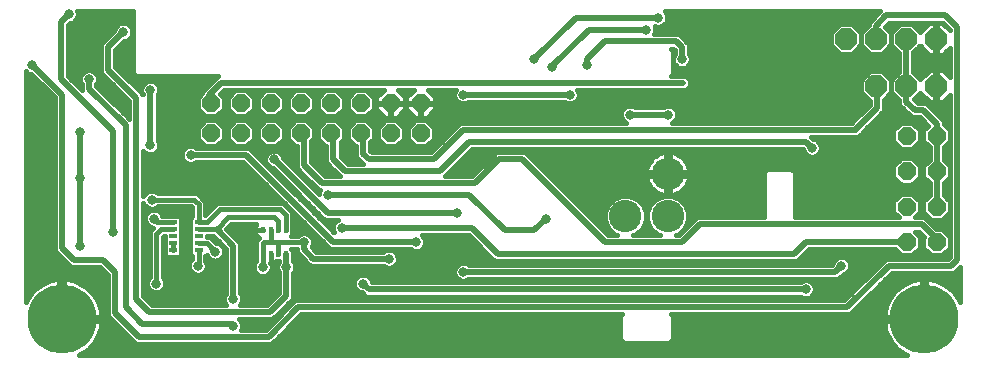
<source format=gtl>
G75*
%MOIN*%
%OFA0B0*%
%FSLAX24Y24*%
%IPPOS*%
%LPD*%
%AMOC8*
5,1,8,0,0,1.08239X$1,22.5*
%
%ADD10C,0.2300*%
%ADD11OC8,0.0600*%
%ADD12R,0.0276X0.0157*%
%ADD13R,0.0433X0.0965*%
%ADD14R,0.0138X0.0197*%
%ADD15C,0.1083*%
%ADD16OC8,0.0709*%
%ADD17C,0.0160*%
%ADD18C,0.0317*%
%ADD19C,0.0197*%
%ADD20C,0.0157*%
D10*
X001800Y001800D03*
X030540Y001800D03*
D11*
X030961Y004359D03*
X029961Y004359D03*
X029961Y005540D03*
X030961Y005540D03*
X030961Y006721D03*
X029961Y006721D03*
X029961Y007902D03*
X030961Y007902D03*
X013765Y007993D03*
X012765Y007993D03*
X011765Y007993D03*
X010765Y007993D03*
X009765Y007993D03*
X008765Y007993D03*
X007765Y007993D03*
X006765Y007993D03*
X006765Y008993D03*
X007765Y008993D03*
X008765Y008993D03*
X009765Y008993D03*
X010765Y008993D03*
X011765Y008993D03*
X012765Y008993D03*
X013765Y008993D03*
D12*
X006367Y005028D03*
X006367Y004792D03*
X006367Y004556D03*
X006367Y004320D03*
X006367Y004083D03*
X005501Y004083D03*
X005501Y004320D03*
X005501Y004556D03*
X005501Y004792D03*
X005501Y005028D03*
D13*
X005934Y004556D03*
D14*
X008503Y004763D03*
X008759Y004763D03*
X009015Y004763D03*
X009270Y004763D03*
X009270Y003956D03*
X009015Y003956D03*
X008759Y003956D03*
X008503Y003956D03*
D15*
X020580Y005225D03*
X021997Y005225D03*
X021997Y006643D03*
D16*
X028950Y009556D03*
X029950Y009556D03*
X030950Y009556D03*
X030938Y011131D03*
X029938Y011131D03*
X028938Y011131D03*
X027938Y011131D03*
D17*
X002485Y000658D02*
X002380Y000602D01*
X029960Y000602D01*
X029856Y000658D01*
X029747Y000730D01*
X029646Y000813D01*
X029554Y000906D01*
X029471Y001007D01*
X029398Y001115D01*
X029336Y001231D01*
X029286Y001351D01*
X029248Y001476D01*
X029223Y001605D01*
X029212Y001720D01*
X030460Y001720D01*
X030460Y001880D01*
X029212Y001880D01*
X029223Y001995D01*
X029248Y002124D01*
X029286Y002249D01*
X029336Y002369D01*
X029398Y002485D01*
X029471Y002593D01*
X029554Y002694D01*
X029646Y002787D01*
X029747Y002870D01*
X029856Y002942D01*
X029971Y003004D01*
X030092Y003054D01*
X030217Y003092D01*
X030345Y003117D01*
X030460Y003129D01*
X030460Y001880D01*
X030620Y001880D01*
X030620Y003129D01*
X030736Y003117D01*
X030864Y003092D01*
X030989Y003054D01*
X031109Y003004D01*
X031225Y002942D01*
X031333Y002870D01*
X031434Y002787D01*
X031527Y002694D01*
X031610Y002593D01*
X031682Y002485D01*
X031738Y002380D01*
X031738Y003527D01*
X031684Y003473D01*
X031544Y003333D01*
X029458Y003333D01*
X028080Y001955D01*
X022112Y001955D01*
X022162Y001905D01*
X022162Y001105D01*
X022042Y000985D01*
X020534Y000985D01*
X020414Y001105D01*
X020414Y001905D01*
X020465Y001955D01*
X009773Y001955D01*
X008928Y001111D01*
X008928Y001111D01*
X008789Y000971D01*
X004260Y000971D01*
X003473Y001758D01*
X003333Y001898D01*
X003333Y003276D01*
X003079Y003530D01*
X002095Y003530D01*
X001701Y003924D01*
X001562Y004063D01*
X001562Y009182D01*
X000777Y009966D01*
X000756Y009966D01*
X000647Y010012D01*
X000602Y010056D01*
X000602Y002380D01*
X000658Y002485D01*
X000730Y002593D01*
X000813Y002694D01*
X000906Y002787D01*
X001007Y002870D01*
X001115Y002942D01*
X001231Y003004D01*
X001351Y003054D01*
X001476Y003092D01*
X001605Y003117D01*
X001720Y003129D01*
X001720Y001880D01*
X001880Y001880D01*
X001880Y003129D01*
X001995Y003117D01*
X002124Y003092D01*
X002249Y003054D01*
X002369Y003004D01*
X002485Y002942D01*
X002593Y002870D01*
X002694Y002787D01*
X002787Y002694D01*
X002870Y002593D01*
X002942Y002485D01*
X003004Y002369D01*
X003054Y002249D01*
X003092Y002124D01*
X003117Y001995D01*
X003129Y001880D01*
X001880Y001880D01*
X001880Y001720D01*
X003129Y001720D01*
X003117Y001605D01*
X003092Y001476D01*
X003054Y001351D01*
X003004Y001231D01*
X002942Y001115D01*
X002870Y001007D01*
X002787Y000906D01*
X002694Y000813D01*
X002593Y000730D01*
X002485Y000658D01*
X002604Y000739D02*
X029736Y000739D01*
X029562Y000898D02*
X002778Y000898D01*
X002902Y001056D02*
X004175Y001056D01*
X004017Y001215D02*
X002995Y001215D01*
X003060Y001373D02*
X003858Y001373D01*
X003700Y001532D02*
X003103Y001532D01*
X003126Y001690D02*
X003541Y001690D01*
X003383Y001849D02*
X001880Y001849D01*
X001880Y002007D02*
X001720Y002007D01*
X001720Y002166D02*
X001880Y002166D01*
X001880Y002324D02*
X001720Y002324D01*
X001720Y002483D02*
X001880Y002483D01*
X001880Y002641D02*
X001720Y002641D01*
X001720Y002800D02*
X001880Y002800D01*
X001880Y002958D02*
X001720Y002958D01*
X001720Y003117D02*
X001880Y003117D01*
X001999Y003117D02*
X003333Y003117D01*
X003333Y003275D02*
X000602Y003275D01*
X000602Y003117D02*
X001601Y003117D01*
X001145Y002958D02*
X000602Y002958D01*
X000602Y002800D02*
X000921Y002800D01*
X000770Y002641D02*
X000602Y002641D01*
X000602Y002483D02*
X000657Y002483D01*
X002455Y002958D02*
X003333Y002958D01*
X003333Y002800D02*
X002679Y002800D01*
X002830Y002641D02*
X003333Y002641D01*
X003333Y002483D02*
X002943Y002483D01*
X003023Y002324D02*
X003333Y002324D01*
X003333Y002166D02*
X003079Y002166D01*
X003115Y002007D02*
X003333Y002007D01*
X004519Y002568D02*
X004812Y002275D01*
X007281Y002275D01*
X007256Y002300D01*
X007210Y002410D01*
X007210Y002529D01*
X007256Y002638D01*
X007270Y002653D01*
X007270Y004142D01*
X006839Y004573D01*
X006645Y004573D01*
X006645Y004538D01*
X006733Y004538D01*
X006929Y004343D01*
X006977Y004343D01*
X007087Y004297D01*
X007171Y004213D01*
X007217Y004103D01*
X007217Y003985D01*
X007171Y003875D01*
X007087Y003791D01*
X006977Y003746D01*
X006859Y003746D01*
X006749Y003791D01*
X006665Y003875D01*
X006638Y003940D01*
X006586Y003888D01*
X006586Y003728D01*
X006626Y003631D01*
X006626Y003512D01*
X006581Y003403D01*
X006497Y003319D01*
X006387Y003273D01*
X006268Y003273D01*
X006159Y003319D01*
X006075Y003403D01*
X006029Y003512D01*
X006029Y003631D01*
X006075Y003741D01*
X006148Y003814D01*
X006148Y003888D01*
X006089Y003947D01*
X006089Y004183D01*
X006089Y005165D01*
X006148Y005224D01*
X006148Y005528D01*
X006119Y005558D01*
X004995Y005558D01*
X004961Y005523D01*
X004851Y005478D01*
X004733Y005478D01*
X004623Y005523D01*
X004539Y005607D01*
X004519Y005657D01*
X004519Y002568D01*
X004519Y002641D02*
X007258Y002641D01*
X007210Y002483D02*
X004604Y002483D01*
X004763Y002324D02*
X007246Y002324D01*
X007736Y002275D02*
X007762Y002300D01*
X007807Y002410D01*
X007807Y002529D01*
X007762Y002638D01*
X007747Y002653D01*
X007747Y004340D01*
X007281Y004806D01*
X007442Y004967D01*
X008287Y004967D01*
X008266Y004931D01*
X008254Y004885D01*
X008254Y004763D01*
X008503Y004763D01*
X008503Y004763D01*
X008254Y004763D01*
X008254Y004640D01*
X008266Y004595D01*
X008290Y004554D01*
X008323Y004520D01*
X008362Y004498D01*
X008284Y004420D01*
X008284Y003745D01*
X008240Y003701D01*
X008194Y003592D01*
X008194Y003473D01*
X008240Y003363D01*
X008324Y003279D01*
X008434Y003234D01*
X008552Y003234D01*
X008662Y003279D01*
X008746Y003363D01*
X008791Y003473D01*
X008791Y003592D01*
X008982Y003592D01*
X008982Y003473D01*
X009027Y003363D01*
X009032Y003359D01*
X009032Y002676D01*
X008630Y002275D01*
X007736Y002275D01*
X007772Y002324D02*
X008680Y002324D01*
X008838Y002483D02*
X007807Y002483D01*
X007759Y002641D02*
X008997Y002641D01*
X009032Y002800D02*
X007747Y002800D01*
X007747Y002958D02*
X009032Y002958D01*
X009032Y003117D02*
X007747Y003117D01*
X007747Y003275D02*
X008334Y003275D01*
X008652Y003275D02*
X009032Y003275D01*
X008998Y003434D02*
X008775Y003434D01*
X008791Y003592D02*
X008756Y003677D01*
X008759Y003677D01*
X008851Y003677D01*
X008897Y003689D01*
X008938Y003713D01*
X008942Y003717D01*
X009032Y003717D01*
X009032Y003706D01*
X009027Y003701D01*
X008982Y003592D01*
X008759Y003677D02*
X008759Y003955D01*
X008759Y003955D01*
X008759Y003677D01*
X008759Y003751D02*
X008759Y003751D01*
X008759Y003909D02*
X008759Y003909D01*
X008284Y003909D02*
X007747Y003909D01*
X007747Y003751D02*
X008284Y003751D01*
X008195Y003592D02*
X007747Y003592D01*
X007747Y003434D02*
X008211Y003434D01*
X007270Y003434D02*
X006593Y003434D01*
X006626Y003592D02*
X007270Y003592D01*
X007270Y003751D02*
X006989Y003751D01*
X006847Y003751D02*
X006586Y003751D01*
X006607Y003909D02*
X006651Y003909D01*
X006127Y003909D02*
X005741Y003909D01*
X005779Y003947D02*
X005697Y003865D01*
X005305Y003865D01*
X005223Y003947D01*
X005223Y004573D01*
X005198Y004573D01*
X005168Y004544D01*
X005168Y003184D01*
X005203Y003150D01*
X005248Y003040D01*
X005248Y002922D01*
X005203Y002812D01*
X005119Y002728D01*
X005009Y002683D01*
X004890Y002683D01*
X004781Y002728D01*
X004697Y002812D01*
X004651Y002922D01*
X004651Y003040D01*
X004697Y003150D01*
X004731Y003184D01*
X004731Y004725D01*
X004854Y004848D01*
X004812Y004848D01*
X004702Y004893D01*
X004618Y004977D01*
X004572Y005087D01*
X004572Y005206D01*
X004618Y005316D01*
X004702Y005399D01*
X004812Y005445D01*
X004930Y005445D01*
X005040Y005399D01*
X005124Y005316D01*
X005152Y005247D01*
X005697Y005247D01*
X005779Y005165D01*
X005779Y004929D01*
X005779Y003947D01*
X005779Y004068D02*
X006089Y004068D01*
X006089Y004226D02*
X005779Y004226D01*
X005779Y004385D02*
X006089Y004385D01*
X006089Y004543D02*
X005779Y004543D01*
X005223Y004543D02*
X005168Y004543D01*
X005168Y004385D02*
X005223Y004385D01*
X005223Y004226D02*
X005168Y004226D01*
X005168Y004068D02*
X005223Y004068D01*
X005261Y003909D02*
X005168Y003909D01*
X005168Y003751D02*
X006084Y003751D01*
X006029Y003592D02*
X005168Y003592D01*
X005168Y003434D02*
X006062Y003434D01*
X006264Y003275D02*
X005168Y003275D01*
X005217Y003117D02*
X007270Y003117D01*
X007270Y003275D02*
X006391Y003275D01*
X007270Y002958D02*
X005248Y002958D01*
X005190Y002800D02*
X007270Y002800D01*
X008968Y001937D02*
X009369Y002339D01*
X009369Y002339D01*
X009509Y002479D01*
X009509Y003339D01*
X009533Y003363D01*
X009579Y003473D01*
X009579Y003592D01*
X010064Y003592D01*
X010087Y003569D02*
X012522Y003569D01*
X012536Y003555D01*
X012646Y003509D01*
X012765Y003509D01*
X012875Y003555D01*
X012959Y003639D01*
X013004Y003749D01*
X013004Y003867D01*
X012959Y003977D01*
X012875Y004061D01*
X012765Y004106D01*
X012646Y004106D01*
X012536Y004061D01*
X012522Y004046D01*
X010285Y004046D01*
X010129Y004202D01*
X010169Y004300D01*
X010169Y004418D01*
X010124Y004528D01*
X010040Y004612D01*
X009930Y004657D01*
X009812Y004657D01*
X009702Y004612D01*
X009668Y004578D01*
X009451Y004578D01*
X009479Y004606D01*
X009479Y004662D01*
X009489Y004672D01*
X009489Y005365D01*
X009174Y005680D01*
X006985Y005680D01*
X006857Y005552D01*
X006586Y005281D01*
X006586Y005710D01*
X006428Y005867D01*
X006300Y005995D01*
X004995Y005995D01*
X004961Y006029D01*
X004851Y006075D01*
X004733Y006075D01*
X004623Y006029D01*
X004539Y005945D01*
X004519Y005896D01*
X004519Y007399D01*
X004584Y007334D01*
X004693Y007289D01*
X004812Y007289D01*
X004922Y007334D01*
X005006Y007418D01*
X005051Y007528D01*
X005051Y007647D01*
X005006Y007756D01*
X004991Y007771D01*
X004991Y009254D01*
X005006Y009269D01*
X005051Y009378D01*
X005051Y009497D01*
X005006Y009607D01*
X004922Y009691D01*
X004812Y009736D01*
X004693Y009736D01*
X004584Y009691D01*
X004500Y009607D01*
X004454Y009497D01*
X004454Y009378D01*
X004492Y009288D01*
X003574Y010206D01*
X003574Y010756D01*
X003886Y011069D01*
X003907Y011069D01*
X004016Y011114D01*
X004100Y011198D01*
X004146Y011308D01*
X004146Y011426D01*
X004100Y011536D01*
X004016Y011620D01*
X003907Y011665D01*
X003788Y011665D01*
X003678Y011620D01*
X003594Y011536D01*
X003549Y011426D01*
X003549Y011406D01*
X003097Y010954D01*
X003097Y010008D01*
X003237Y009869D01*
X004042Y009063D01*
X004042Y008478D01*
X004025Y008495D01*
X002944Y009576D01*
X002944Y009609D01*
X002959Y009623D01*
X003004Y009733D01*
X003004Y009851D01*
X002959Y009961D01*
X002875Y010045D01*
X002765Y010091D01*
X002646Y010091D01*
X002536Y010045D01*
X002453Y009961D01*
X002407Y009851D01*
X002407Y009733D01*
X002453Y009623D01*
X002467Y009609D01*
X002467Y009423D01*
X002002Y009888D01*
X002002Y011586D01*
X002075Y011659D01*
X002096Y011659D01*
X002205Y011704D01*
X002289Y011788D01*
X002335Y011898D01*
X002335Y012017D01*
X002320Y012053D01*
X004179Y012053D01*
X004179Y009993D01*
X004284Y009888D01*
X006991Y009888D01*
X006877Y009773D01*
X006623Y009519D01*
X006483Y009379D01*
X006483Y009333D01*
X006325Y009175D01*
X006325Y008811D01*
X006582Y008553D01*
X006947Y008553D01*
X007205Y008811D01*
X007205Y009175D01*
X007079Y009301D01*
X007214Y009436D01*
X012528Y009436D01*
X012285Y009192D01*
X012285Y009013D01*
X012745Y009013D01*
X012745Y008973D01*
X012785Y008973D01*
X012785Y009013D01*
X013245Y009013D01*
X013245Y009192D01*
X013001Y009436D01*
X013528Y009436D01*
X013285Y009192D01*
X013285Y009013D01*
X013745Y009013D01*
X013745Y008973D01*
X013785Y008973D01*
X013785Y009013D01*
X014245Y009013D01*
X014245Y009192D01*
X014001Y009436D01*
X014927Y009436D01*
X014887Y009340D01*
X014887Y009221D01*
X014933Y009111D01*
X015017Y009027D01*
X015126Y008982D01*
X015245Y008982D01*
X015355Y009027D01*
X015369Y009042D01*
X018546Y009042D01*
X018560Y009027D01*
X018670Y008982D01*
X018788Y008982D01*
X018898Y009027D01*
X018982Y009111D01*
X019028Y009221D01*
X019028Y009340D01*
X018988Y009436D01*
X022607Y009436D01*
X022747Y009575D01*
X022747Y009773D01*
X022607Y009912D01*
X022112Y009912D01*
X022162Y009963D01*
X022162Y010763D01*
X022112Y010814D01*
X022174Y010814D01*
X022231Y010756D01*
X022231Y010645D01*
X022216Y010630D01*
X022171Y010521D01*
X022171Y010402D01*
X022216Y010292D01*
X022300Y010208D01*
X022410Y010163D01*
X022529Y010163D01*
X022638Y010208D01*
X022722Y010292D01*
X022768Y010402D01*
X022768Y010521D01*
X022722Y010630D01*
X022708Y010645D01*
X022708Y010954D01*
X022568Y011094D01*
X022371Y011290D01*
X021547Y011290D01*
X021587Y011386D01*
X021587Y011505D01*
X021561Y011566D01*
X021623Y011541D01*
X021741Y011541D01*
X021851Y011586D01*
X021935Y011670D01*
X021980Y011780D01*
X021980Y011899D01*
X021935Y012008D01*
X021890Y012053D01*
X029078Y012053D01*
X029042Y012017D01*
X028699Y011674D01*
X028699Y011591D01*
X028443Y011335D01*
X028443Y010926D01*
X028733Y010636D01*
X029143Y010636D01*
X029432Y010926D01*
X029432Y011335D01*
X029233Y011534D01*
X029379Y011680D01*
X031150Y011680D01*
X031404Y011426D01*
X031404Y011420D01*
X031159Y011665D01*
X030976Y011665D01*
X030976Y011169D01*
X030900Y011169D01*
X030900Y011665D01*
X030716Y011665D01*
X030410Y011358D01*
X030143Y011625D01*
X029733Y011625D01*
X029443Y011335D01*
X029443Y010926D01*
X029711Y010658D01*
X029711Y010017D01*
X029455Y009761D01*
X029455Y009351D01*
X029711Y009095D01*
X029711Y008945D01*
X029851Y008806D01*
X030126Y008530D01*
X030402Y008530D01*
X030684Y008248D01*
X030521Y008085D01*
X030521Y007720D01*
X030723Y007519D01*
X030723Y007105D01*
X030521Y006904D01*
X030521Y006539D01*
X030723Y006337D01*
X030723Y005924D01*
X030521Y005722D01*
X030521Y005358D01*
X030779Y005100D01*
X031144Y005100D01*
X031401Y005358D01*
X031401Y005722D01*
X031200Y005924D01*
X031200Y006337D01*
X031401Y006539D01*
X031401Y006904D01*
X031200Y007105D01*
X031200Y007519D01*
X031401Y007720D01*
X031401Y008085D01*
X031200Y008286D01*
X031200Y008407D01*
X030739Y008867D01*
X030600Y009007D01*
X030324Y009007D01*
X030212Y009119D01*
X030421Y009329D01*
X030728Y009022D01*
X030911Y009022D01*
X030911Y009518D01*
X030988Y009518D01*
X030988Y009022D01*
X031171Y009022D01*
X031404Y009255D01*
X031404Y003867D01*
X031347Y003810D01*
X029260Y003810D01*
X027882Y002432D01*
X009575Y002432D01*
X008591Y001448D01*
X007784Y001448D01*
X007807Y001504D01*
X007807Y001623D01*
X007762Y001733D01*
X007697Y001798D01*
X008828Y001798D01*
X008968Y001937D01*
X008968Y001937D01*
X008992Y001849D02*
X008879Y001849D01*
X008833Y001690D02*
X007779Y001690D01*
X007807Y001532D02*
X008675Y001532D01*
X009191Y001373D02*
X020414Y001373D01*
X020414Y001215D02*
X009032Y001215D01*
X008874Y001056D02*
X020463Y001056D01*
X020414Y001532D02*
X009349Y001532D01*
X009508Y001690D02*
X020414Y001690D01*
X020414Y001849D02*
X009666Y001849D01*
X009150Y002007D02*
X009037Y002007D01*
X009196Y002166D02*
X009309Y002166D01*
X009354Y002324D02*
X009467Y002324D01*
X009509Y002483D02*
X027933Y002483D01*
X028091Y002641D02*
X026867Y002641D01*
X026856Y002615D02*
X026902Y002725D01*
X026902Y002844D01*
X026856Y002953D01*
X026772Y003037D01*
X026663Y003083D01*
X026544Y003083D01*
X026434Y003037D01*
X026420Y003023D01*
X012138Y003023D01*
X012138Y003040D01*
X012092Y003150D01*
X012008Y003234D01*
X011899Y003280D01*
X011780Y003280D01*
X011670Y003234D01*
X011586Y003150D01*
X011541Y003040D01*
X011541Y002922D01*
X011586Y002812D01*
X011670Y002728D01*
X011780Y002683D01*
X011801Y002683D01*
X011937Y002546D01*
X026420Y002546D01*
X026434Y002531D01*
X026544Y002486D01*
X026663Y002486D01*
X026772Y002531D01*
X026856Y002615D01*
X026902Y002800D02*
X028250Y002800D01*
X028408Y002958D02*
X026851Y002958D01*
X027686Y003136D02*
X027823Y003273D01*
X027844Y003273D01*
X027953Y003319D01*
X028037Y003403D01*
X028083Y003512D01*
X028083Y003631D01*
X028037Y003741D01*
X027953Y003825D01*
X027844Y003870D01*
X027725Y003870D01*
X027615Y003825D01*
X027531Y003741D01*
X027486Y003631D01*
X027486Y003613D01*
X015369Y003613D01*
X015355Y003628D01*
X015245Y003673D01*
X015126Y003673D01*
X015017Y003628D01*
X014933Y003544D01*
X014887Y003434D01*
X014887Y003315D01*
X014933Y003206D01*
X015017Y003122D01*
X015126Y003076D01*
X015245Y003076D01*
X015355Y003122D01*
X015369Y003136D01*
X027686Y003136D01*
X027848Y003275D02*
X028725Y003275D01*
X028567Y003117D02*
X015342Y003117D01*
X015029Y003117D02*
X012106Y003117D01*
X011910Y003275D02*
X014904Y003275D01*
X014887Y003434D02*
X009562Y003434D01*
X009579Y003592D02*
X009533Y003701D01*
X009509Y003726D01*
X009509Y004054D01*
X009479Y004084D01*
X009479Y004112D01*
X009451Y004140D01*
X009632Y004140D01*
X009632Y004024D01*
X009772Y003884D01*
X009772Y003884D01*
X009947Y003709D01*
X010087Y003569D01*
X009947Y003709D02*
X009947Y003709D01*
X009906Y003751D02*
X009509Y003751D01*
X009509Y003909D02*
X009747Y003909D01*
X009632Y004068D02*
X009496Y004068D01*
X010139Y004226D02*
X010651Y004226D01*
X010617Y004260D02*
X010756Y004121D01*
X013427Y004121D01*
X013442Y004106D01*
X013552Y004061D01*
X013670Y004061D01*
X013780Y004106D01*
X013864Y004190D01*
X013909Y004300D01*
X013909Y004418D01*
X013864Y004528D01*
X013799Y004593D01*
X015363Y004593D01*
X016089Y003867D01*
X016089Y003867D01*
X016229Y003727D01*
X026308Y003727D01*
X026702Y004121D01*
X029578Y004121D01*
X029779Y003919D01*
X030144Y003919D01*
X030401Y004177D01*
X030401Y004541D01*
X030232Y004711D01*
X030363Y004711D01*
X030527Y004547D01*
X030521Y004541D01*
X030521Y004177D01*
X030779Y003919D01*
X031144Y003919D01*
X031401Y004177D01*
X031401Y004541D01*
X031144Y004799D01*
X030949Y004799D01*
X030700Y005048D01*
X030560Y005188D01*
X030232Y005188D01*
X030401Y005358D01*
X030401Y005722D01*
X030144Y005980D01*
X029779Y005980D01*
X029521Y005722D01*
X029521Y005358D01*
X029691Y005188D01*
X026237Y005188D01*
X026237Y005349D01*
X026237Y006518D01*
X026237Y006688D01*
X026117Y006808D01*
X025317Y006808D01*
X025197Y006688D01*
X025197Y005188D01*
X022961Y005188D01*
X022371Y004597D01*
X022262Y004597D01*
X022383Y004648D01*
X022574Y004839D01*
X022678Y005090D01*
X022678Y005361D01*
X022574Y005611D01*
X022383Y005803D01*
X022132Y005907D01*
X021861Y005907D01*
X021611Y005803D01*
X021419Y005611D01*
X021316Y005361D01*
X021316Y005090D01*
X021419Y004839D01*
X021611Y004648D01*
X021732Y004597D01*
X020845Y004597D01*
X020965Y004648D01*
X021157Y004839D01*
X021261Y005090D01*
X021261Y005361D01*
X021157Y005611D01*
X020965Y005803D01*
X020715Y005907D01*
X020444Y005907D01*
X020194Y005803D01*
X020002Y005611D01*
X019898Y005361D01*
X019898Y005090D01*
X020002Y004839D01*
X020194Y004648D01*
X020315Y004597D01*
X020009Y004597D01*
X017393Y007214D01*
X017253Y007353D01*
X016268Y007353D01*
X016129Y007214D01*
X015481Y006566D01*
X014580Y006566D01*
X014637Y006623D01*
X015481Y007467D01*
X026502Y007467D01*
X026502Y007449D01*
X026547Y007340D01*
X026631Y007256D01*
X026741Y007210D01*
X026859Y007210D01*
X026969Y007256D01*
X027053Y007340D01*
X027098Y007449D01*
X027098Y007568D01*
X027053Y007678D01*
X026969Y007762D01*
X026859Y007807D01*
X026839Y007807D01*
X026785Y007861D01*
X028355Y007861D01*
X028495Y008000D01*
X028495Y008040D01*
X029064Y008609D01*
X029204Y008748D01*
X029204Y009111D01*
X029444Y009351D01*
X029444Y009761D01*
X029154Y010050D01*
X028745Y010050D01*
X028455Y009761D01*
X028455Y009351D01*
X028727Y009079D01*
X028727Y008946D01*
X028119Y008338D01*
X022136Y008338D01*
X022186Y008358D01*
X022270Y008442D01*
X022315Y008552D01*
X022315Y008670D01*
X022270Y008780D01*
X022186Y008864D01*
X022076Y008909D01*
X021957Y008909D01*
X021847Y008864D01*
X021833Y008849D01*
X020921Y008849D01*
X020906Y008864D01*
X020796Y008909D01*
X020678Y008909D01*
X020568Y008864D01*
X020484Y008780D01*
X020439Y008670D01*
X020439Y008552D01*
X020484Y008442D01*
X020568Y008358D01*
X020617Y008338D01*
X015087Y008338D01*
X014947Y008198D01*
X014103Y007353D01*
X012135Y007353D01*
X012078Y007411D01*
X012078Y007684D01*
X012205Y007811D01*
X012205Y008175D01*
X011947Y008433D01*
X011582Y008433D01*
X011325Y008175D01*
X011325Y007811D01*
X011582Y007553D01*
X011601Y007553D01*
X011601Y007213D01*
X011741Y007073D01*
X011854Y006960D01*
X011348Y006960D01*
X011094Y007214D01*
X011094Y007700D01*
X011205Y007811D01*
X011205Y008175D01*
X010947Y008433D01*
X010582Y008433D01*
X010325Y008175D01*
X010325Y007811D01*
X010582Y007553D01*
X010617Y007553D01*
X010617Y007016D01*
X010756Y006877D01*
X011067Y006566D01*
X010560Y006566D01*
X010109Y007017D01*
X010109Y007715D01*
X010205Y007811D01*
X010205Y008175D01*
X009947Y008433D01*
X009582Y008433D01*
X009325Y008175D01*
X009325Y007811D01*
X009582Y007553D01*
X009632Y007553D01*
X009632Y006819D01*
X009772Y006680D01*
X010363Y006089D01*
X010400Y006089D01*
X010360Y005993D01*
X010360Y005979D01*
X009185Y007154D01*
X009185Y007174D01*
X009140Y007284D01*
X009056Y007368D01*
X008946Y007413D01*
X008827Y007413D01*
X008718Y007368D01*
X008634Y007284D01*
X008588Y007174D01*
X008588Y007056D01*
X008634Y006946D01*
X008718Y006862D01*
X008827Y006817D01*
X008848Y006817D01*
X010420Y005245D01*
X010560Y005105D01*
X011011Y005105D01*
X010962Y005084D01*
X010878Y005001D01*
X010832Y004891D01*
X010832Y004772D01*
X010870Y004682D01*
X008040Y007511D01*
X006275Y007511D01*
X006260Y007525D01*
X006151Y007571D01*
X006032Y007571D01*
X005922Y007525D01*
X005838Y007441D01*
X005793Y007332D01*
X005793Y007213D01*
X005838Y007103D01*
X005922Y007019D01*
X006032Y006974D01*
X006151Y006974D01*
X006260Y007019D01*
X006275Y007034D01*
X007843Y007034D01*
X010617Y004260D01*
X010617Y004260D01*
X010492Y004385D02*
X010169Y004385D01*
X010109Y004543D02*
X010334Y004543D01*
X010175Y004702D02*
X009489Y004702D01*
X009489Y004860D02*
X010017Y004860D01*
X009858Y005019D02*
X009489Y005019D01*
X009489Y005177D02*
X009700Y005177D01*
X009541Y005336D02*
X009489Y005336D01*
X009383Y005494D02*
X009360Y005494D01*
X009224Y005653D02*
X009202Y005653D01*
X009066Y005811D02*
X006484Y005811D01*
X006326Y005970D02*
X008907Y005970D01*
X008749Y006128D02*
X004519Y006128D01*
X004519Y005970D02*
X004563Y005970D01*
X004519Y006287D02*
X008590Y006287D01*
X008432Y006445D02*
X004519Y006445D01*
X004519Y006604D02*
X008273Y006604D01*
X008115Y006762D02*
X004519Y006762D01*
X004519Y006921D02*
X007956Y006921D01*
X008472Y007079D02*
X008588Y007079D01*
X008614Y007238D02*
X008314Y007238D01*
X008155Y007396D02*
X008785Y007396D01*
X008988Y007396D02*
X009632Y007396D01*
X009632Y007238D02*
X009159Y007238D01*
X009260Y007079D02*
X009632Y007079D01*
X009632Y006921D02*
X009418Y006921D01*
X009577Y006762D02*
X009690Y006762D01*
X009735Y006604D02*
X009848Y006604D01*
X009894Y006445D02*
X010007Y006445D01*
X010052Y006287D02*
X010165Y006287D01*
X010211Y006128D02*
X010324Y006128D01*
X009853Y005811D02*
X009740Y005811D01*
X009695Y005970D02*
X009582Y005970D01*
X009536Y006128D02*
X009423Y006128D01*
X009378Y006287D02*
X009265Y006287D01*
X009219Y006445D02*
X009106Y006445D01*
X009061Y006604D02*
X008948Y006604D01*
X008902Y006762D02*
X008789Y006762D01*
X008659Y006921D02*
X008631Y006921D01*
X008582Y007553D02*
X008947Y007553D01*
X009205Y007811D01*
X009205Y008175D01*
X008947Y008433D01*
X008582Y008433D01*
X008325Y008175D01*
X008325Y007811D01*
X008582Y007553D01*
X008581Y007555D02*
X007948Y007555D01*
X007947Y007553D02*
X008205Y007811D01*
X008205Y008175D01*
X007947Y008433D01*
X007582Y008433D01*
X007325Y008175D01*
X007325Y007811D01*
X007582Y007553D01*
X007947Y007553D01*
X007581Y007555D02*
X006948Y007555D01*
X006947Y007553D02*
X007205Y007811D01*
X007205Y008175D01*
X006947Y008433D01*
X006582Y008433D01*
X006325Y008175D01*
X006325Y007811D01*
X006582Y007553D01*
X006947Y007553D01*
X006581Y007555D02*
X006190Y007555D01*
X005993Y007555D02*
X005051Y007555D01*
X004983Y007396D02*
X005820Y007396D01*
X005793Y007238D02*
X004519Y007238D01*
X004519Y007396D02*
X004522Y007396D01*
X004519Y007079D02*
X005863Y007079D01*
X006422Y007713D02*
X005024Y007713D01*
X004991Y007872D02*
X006325Y007872D01*
X006325Y008030D02*
X004991Y008030D01*
X004991Y008189D02*
X006338Y008189D01*
X006496Y008347D02*
X004991Y008347D01*
X004991Y008506D02*
X020458Y008506D01*
X020439Y008664D02*
X014115Y008664D01*
X014245Y008794D02*
X013963Y008513D01*
X013785Y008513D01*
X013785Y008973D01*
X014245Y008973D01*
X014245Y008794D01*
X014245Y008823D02*
X020527Y008823D01*
X020594Y008347D02*
X014033Y008347D01*
X013947Y008433D02*
X013582Y008433D01*
X013325Y008175D01*
X013325Y007811D01*
X013582Y007553D01*
X013947Y007553D01*
X014205Y007811D01*
X014205Y008175D01*
X013947Y008433D01*
X013745Y008513D02*
X013745Y008973D01*
X013285Y008973D01*
X013285Y008794D01*
X013566Y008513D01*
X013745Y008513D01*
X013745Y008664D02*
X013785Y008664D01*
X013785Y008823D02*
X013745Y008823D01*
X013415Y008664D02*
X013115Y008664D01*
X013245Y008794D02*
X012963Y008513D01*
X012785Y008513D01*
X012785Y008973D01*
X013245Y008973D01*
X013245Y008794D01*
X013245Y008823D02*
X013285Y008823D01*
X013745Y008981D02*
X012785Y008981D01*
X012745Y008981D02*
X012205Y008981D01*
X012285Y008973D02*
X012285Y008794D01*
X012566Y008513D01*
X012745Y008513D01*
X012745Y008973D01*
X012285Y008973D01*
X012285Y009140D02*
X012205Y009140D01*
X012205Y009175D02*
X011947Y009433D01*
X011582Y009433D01*
X011325Y009175D01*
X011325Y008811D01*
X011582Y008553D01*
X011947Y008553D01*
X012205Y008811D01*
X012205Y009175D01*
X012082Y009298D02*
X012391Y009298D01*
X013138Y009298D02*
X013391Y009298D01*
X013285Y009140D02*
X013245Y009140D01*
X013785Y008981D02*
X028727Y008981D01*
X028667Y009140D02*
X018994Y009140D01*
X019028Y009298D02*
X028508Y009298D01*
X028455Y009457D02*
X022628Y009457D01*
X022747Y009615D02*
X028455Y009615D01*
X028468Y009774D02*
X022746Y009774D01*
X022131Y009932D02*
X028627Y009932D01*
X029273Y009932D02*
X029627Y009932D01*
X029711Y010091D02*
X022162Y010091D01*
X022162Y010249D02*
X022260Y010249D01*
X022171Y010408D02*
X022162Y010408D01*
X022162Y010566D02*
X022190Y010566D01*
X022162Y010725D02*
X022231Y010725D01*
X022708Y010725D02*
X027645Y010725D01*
X027733Y010636D02*
X028143Y010636D01*
X028432Y010926D01*
X028432Y011335D01*
X028143Y011625D01*
X027733Y011625D01*
X027443Y011335D01*
X027443Y010926D01*
X027733Y010636D01*
X027486Y010883D02*
X022708Y010883D01*
X022620Y011042D02*
X027443Y011042D01*
X027443Y011200D02*
X022462Y011200D01*
X021575Y011359D02*
X027467Y011359D01*
X027625Y011517D02*
X021582Y011517D01*
X021937Y011676D02*
X028701Y011676D01*
X028625Y011517D02*
X028251Y011517D01*
X028409Y011359D02*
X028467Y011359D01*
X028443Y011200D02*
X028432Y011200D01*
X028432Y011042D02*
X028443Y011042D01*
X028486Y010883D02*
X028389Y010883D01*
X028231Y010725D02*
X028645Y010725D01*
X029231Y010725D02*
X029645Y010725D01*
X029711Y010566D02*
X022749Y010566D01*
X022768Y010408D02*
X029711Y010408D01*
X029711Y010249D02*
X022679Y010249D01*
X022227Y008823D02*
X028603Y008823D01*
X028445Y008664D02*
X022315Y008664D01*
X022296Y008506D02*
X028286Y008506D01*
X028128Y008347D02*
X022159Y008347D01*
X022064Y007361D02*
X022138Y007352D01*
X022229Y007327D01*
X022317Y007291D01*
X022398Y007244D01*
X022473Y007186D01*
X022540Y007119D01*
X022598Y007044D01*
X022645Y006962D01*
X022681Y006875D01*
X022706Y006784D01*
X022716Y006710D01*
X022064Y006710D01*
X021929Y006710D01*
X021929Y006575D01*
X021278Y006575D01*
X021288Y006501D01*
X021312Y006410D01*
X021349Y006323D01*
X021396Y006241D01*
X021453Y006166D01*
X021520Y006099D01*
X021595Y006041D01*
X021677Y005994D01*
X021764Y005958D01*
X021856Y005934D01*
X021929Y005924D01*
X021929Y006575D01*
X022064Y006575D01*
X022064Y005924D01*
X022138Y005934D01*
X022229Y005958D01*
X022317Y005994D01*
X022398Y006041D01*
X022473Y006099D01*
X022540Y006166D01*
X022598Y006241D01*
X022645Y006323D01*
X022681Y006410D01*
X022706Y006501D01*
X022716Y006575D01*
X022064Y006575D01*
X022064Y006710D01*
X022064Y007361D01*
X022064Y007238D02*
X021929Y007238D01*
X021929Y007361D02*
X021856Y007352D01*
X021764Y007327D01*
X021677Y007291D01*
X021595Y007244D01*
X021520Y007186D01*
X021453Y007119D01*
X021396Y007044D01*
X021349Y006962D01*
X021312Y006875D01*
X021288Y006784D01*
X021278Y006710D01*
X021929Y006710D01*
X021929Y007361D01*
X021587Y007238D02*
X017369Y007238D01*
X017393Y007214D02*
X017393Y007214D01*
X017527Y007079D02*
X021423Y007079D01*
X021929Y007079D02*
X022064Y007079D01*
X022406Y007238D02*
X026675Y007238D01*
X026524Y007396D02*
X015410Y007396D01*
X015252Y007238D02*
X016152Y007238D01*
X016129Y007214D02*
X016129Y007214D01*
X015994Y007079D02*
X015093Y007079D01*
X014935Y006921D02*
X015835Y006921D01*
X015677Y006762D02*
X014776Y006762D01*
X014618Y006604D02*
X015518Y006604D01*
X014145Y007396D02*
X012092Y007396D01*
X012078Y007555D02*
X012581Y007555D01*
X012582Y007553D02*
X012947Y007553D01*
X013205Y007811D01*
X013205Y008175D01*
X012947Y008433D01*
X012582Y008433D01*
X012325Y008175D01*
X012325Y007811D01*
X012582Y007553D01*
X012422Y007713D02*
X012107Y007713D01*
X012205Y007872D02*
X012325Y007872D01*
X012325Y008030D02*
X012205Y008030D01*
X012191Y008189D02*
X012338Y008189D01*
X012496Y008347D02*
X012033Y008347D01*
X012058Y008664D02*
X012415Y008664D01*
X012285Y008823D02*
X012205Y008823D01*
X012745Y008823D02*
X012785Y008823D01*
X012785Y008664D02*
X012745Y008664D01*
X013033Y008347D02*
X013496Y008347D01*
X013338Y008189D02*
X013191Y008189D01*
X013205Y008030D02*
X013325Y008030D01*
X013325Y007872D02*
X013205Y007872D01*
X013107Y007713D02*
X013422Y007713D01*
X013581Y007555D02*
X012948Y007555D01*
X013948Y007555D02*
X014304Y007555D01*
X014462Y007713D02*
X014107Y007713D01*
X014205Y007872D02*
X014621Y007872D01*
X014779Y008030D02*
X014205Y008030D01*
X014191Y008189D02*
X014938Y008189D01*
X014947Y008198D02*
X014947Y008198D01*
X014921Y009140D02*
X014245Y009140D01*
X014138Y009298D02*
X014887Y009298D01*
X011447Y009298D02*
X011082Y009298D01*
X011205Y009175D02*
X010947Y009433D01*
X010582Y009433D01*
X010325Y009175D01*
X010325Y008811D01*
X010582Y008553D01*
X010947Y008553D01*
X011205Y008811D01*
X011205Y009175D01*
X011205Y009140D02*
X011325Y009140D01*
X011325Y008981D02*
X011205Y008981D01*
X011205Y008823D02*
X011325Y008823D01*
X011471Y008664D02*
X011058Y008664D01*
X011033Y008347D02*
X011496Y008347D01*
X011338Y008189D02*
X011191Y008189D01*
X011205Y008030D02*
X011325Y008030D01*
X011325Y007872D02*
X011205Y007872D01*
X011107Y007713D02*
X011422Y007713D01*
X011581Y007555D02*
X011094Y007555D01*
X011094Y007396D02*
X011601Y007396D01*
X011601Y007238D02*
X011094Y007238D01*
X011228Y007079D02*
X011735Y007079D01*
X010871Y006762D02*
X010364Y006762D01*
X010206Y006921D02*
X010712Y006921D01*
X010617Y007079D02*
X010109Y007079D01*
X010109Y007238D02*
X010617Y007238D01*
X010617Y007396D02*
X010109Y007396D01*
X010109Y007555D02*
X010581Y007555D01*
X010422Y007713D02*
X010109Y007713D01*
X010205Y007872D02*
X010325Y007872D01*
X010325Y008030D02*
X010205Y008030D01*
X010191Y008189D02*
X010338Y008189D01*
X010496Y008347D02*
X010033Y008347D01*
X009947Y008553D02*
X010205Y008811D01*
X010205Y009175D01*
X009947Y009433D01*
X009582Y009433D01*
X009325Y009175D01*
X009325Y008811D01*
X009582Y008553D01*
X009947Y008553D01*
X010058Y008664D02*
X010471Y008664D01*
X010325Y008823D02*
X010205Y008823D01*
X010205Y008981D02*
X010325Y008981D01*
X010325Y009140D02*
X010205Y009140D01*
X010082Y009298D02*
X010447Y009298D01*
X009447Y009298D02*
X009082Y009298D01*
X009205Y009175D02*
X008947Y009433D01*
X008582Y009433D01*
X008325Y009175D01*
X008325Y008811D01*
X008582Y008553D01*
X008947Y008553D01*
X009205Y008811D01*
X009205Y009175D01*
X009205Y009140D02*
X009325Y009140D01*
X009325Y008981D02*
X009205Y008981D01*
X009205Y008823D02*
X009325Y008823D01*
X009471Y008664D02*
X009058Y008664D01*
X009033Y008347D02*
X009496Y008347D01*
X009338Y008189D02*
X009191Y008189D01*
X009205Y008030D02*
X009325Y008030D01*
X009325Y007872D02*
X009205Y007872D01*
X009107Y007713D02*
X009422Y007713D01*
X009581Y007555D02*
X008948Y007555D01*
X008422Y007713D02*
X008107Y007713D01*
X008205Y007872D02*
X008325Y007872D01*
X008325Y008030D02*
X008205Y008030D01*
X008191Y008189D02*
X008338Y008189D01*
X008496Y008347D02*
X008033Y008347D01*
X007947Y008553D02*
X007582Y008553D01*
X007325Y008811D01*
X007325Y009175D01*
X007582Y009433D01*
X007947Y009433D01*
X008205Y009175D01*
X008205Y008811D01*
X007947Y008553D01*
X008058Y008664D02*
X008471Y008664D01*
X008325Y008823D02*
X008205Y008823D01*
X008205Y008981D02*
X008325Y008981D01*
X008325Y009140D02*
X008205Y009140D01*
X008082Y009298D02*
X008447Y009298D01*
X007447Y009298D02*
X007082Y009298D01*
X007205Y009140D02*
X007325Y009140D01*
X007325Y008981D02*
X007205Y008981D01*
X007205Y008823D02*
X007325Y008823D01*
X007471Y008664D02*
X007058Y008664D01*
X006471Y008664D02*
X004991Y008664D01*
X004991Y008823D02*
X006325Y008823D01*
X006325Y008981D02*
X004991Y008981D01*
X004991Y009140D02*
X006325Y009140D01*
X006447Y009298D02*
X005018Y009298D01*
X005051Y009457D02*
X006560Y009457D01*
X006719Y009615D02*
X004998Y009615D01*
X004508Y009615D02*
X004165Y009615D01*
X004006Y009774D02*
X006877Y009774D01*
X004488Y009298D02*
X004482Y009298D01*
X004454Y009457D02*
X004323Y009457D01*
X003966Y009140D02*
X003380Y009140D01*
X003222Y009298D02*
X003807Y009298D01*
X003649Y009457D02*
X003063Y009457D01*
X002950Y009615D02*
X003490Y009615D01*
X003332Y009774D02*
X003004Y009774D01*
X002971Y009932D02*
X003173Y009932D01*
X003097Y010091D02*
X002002Y010091D01*
X002002Y009932D02*
X002440Y009932D01*
X002407Y009774D02*
X002116Y009774D01*
X002275Y009615D02*
X002461Y009615D01*
X002467Y009457D02*
X002433Y009457D01*
X001562Y009140D02*
X000602Y009140D01*
X000602Y009298D02*
X001445Y009298D01*
X001287Y009457D02*
X000602Y009457D01*
X000602Y009615D02*
X001128Y009615D01*
X000970Y009774D02*
X000602Y009774D01*
X000602Y009932D02*
X000811Y009932D01*
X002002Y010249D02*
X003097Y010249D01*
X003097Y010408D02*
X002002Y010408D01*
X002002Y010566D02*
X003097Y010566D01*
X003097Y010725D02*
X002002Y010725D01*
X002002Y010883D02*
X003097Y010883D01*
X003185Y011042D02*
X002002Y011042D01*
X002002Y011200D02*
X003343Y011200D01*
X003502Y011359D02*
X002002Y011359D01*
X002002Y011517D02*
X003586Y011517D01*
X004108Y011517D02*
X004179Y011517D01*
X004179Y011676D02*
X002135Y011676D01*
X002308Y011834D02*
X004179Y011834D01*
X004179Y011993D02*
X002335Y011993D01*
X004146Y011359D02*
X004179Y011359D01*
X004179Y011200D02*
X004101Y011200D01*
X004179Y011042D02*
X003859Y011042D01*
X003701Y010883D02*
X004179Y010883D01*
X004179Y010725D02*
X003574Y010725D01*
X003574Y010566D02*
X004179Y010566D01*
X004179Y010408D02*
X003574Y010408D01*
X003574Y010249D02*
X004179Y010249D01*
X004179Y010091D02*
X003689Y010091D01*
X003848Y009932D02*
X004240Y009932D01*
X004042Y008981D02*
X003539Y008981D01*
X003697Y008823D02*
X004042Y008823D01*
X004042Y008664D02*
X003856Y008664D01*
X004014Y008506D02*
X004042Y008506D01*
X001562Y008506D02*
X000602Y008506D01*
X000602Y008664D02*
X001562Y008664D01*
X001562Y008823D02*
X000602Y008823D01*
X000602Y008981D02*
X001562Y008981D01*
X001562Y008347D02*
X000602Y008347D01*
X000602Y008189D02*
X001562Y008189D01*
X001562Y008030D02*
X000602Y008030D01*
X000602Y007872D02*
X001562Y007872D01*
X001562Y007713D02*
X000602Y007713D01*
X000602Y007555D02*
X001562Y007555D01*
X001562Y007396D02*
X000602Y007396D01*
X000602Y007238D02*
X001562Y007238D01*
X001562Y007079D02*
X000602Y007079D01*
X000602Y006921D02*
X001562Y006921D01*
X001562Y006762D02*
X000602Y006762D01*
X000602Y006604D02*
X001562Y006604D01*
X001562Y006445D02*
X000602Y006445D01*
X000602Y006287D02*
X001562Y006287D01*
X001562Y006128D02*
X000602Y006128D01*
X000602Y005970D02*
X001562Y005970D01*
X001562Y005811D02*
X000602Y005811D01*
X000602Y005653D02*
X001562Y005653D01*
X001562Y005494D02*
X000602Y005494D01*
X000602Y005336D02*
X001562Y005336D01*
X001562Y005177D02*
X000602Y005177D01*
X000602Y005019D02*
X001562Y005019D01*
X001562Y004860D02*
X000602Y004860D01*
X000602Y004702D02*
X001562Y004702D01*
X001562Y004543D02*
X000602Y004543D01*
X000602Y004385D02*
X001562Y004385D01*
X001562Y004226D02*
X000602Y004226D01*
X000602Y004068D02*
X001562Y004068D01*
X001716Y003909D02*
X000602Y003909D01*
X000602Y003751D02*
X001874Y003751D01*
X002033Y003592D02*
X000602Y003592D01*
X000602Y003434D02*
X003176Y003434D01*
X004519Y003434D02*
X004731Y003434D01*
X004731Y003592D02*
X004519Y003592D01*
X004519Y003751D02*
X004731Y003751D01*
X004731Y003909D02*
X004519Y003909D01*
X004519Y004068D02*
X004731Y004068D01*
X004731Y004226D02*
X004519Y004226D01*
X004519Y004385D02*
X004731Y004385D01*
X004731Y004543D02*
X004519Y004543D01*
X004519Y004702D02*
X004731Y004702D01*
X004782Y004860D02*
X004519Y004860D01*
X004519Y005019D02*
X004601Y005019D01*
X004572Y005177D02*
X004519Y005177D01*
X004519Y005336D02*
X004638Y005336D01*
X004694Y005494D02*
X004519Y005494D01*
X004519Y005653D02*
X004520Y005653D01*
X004890Y005494D02*
X006148Y005494D01*
X006148Y005336D02*
X005104Y005336D01*
X005767Y005177D02*
X006101Y005177D01*
X006089Y005019D02*
X005779Y005019D01*
X005779Y004860D02*
X006089Y004860D01*
X006089Y004702D02*
X005779Y004702D01*
X006645Y004543D02*
X006869Y004543D01*
X006887Y004385D02*
X007028Y004385D01*
X007158Y004226D02*
X007186Y004226D01*
X007217Y004068D02*
X007270Y004068D01*
X007747Y004068D02*
X008284Y004068D01*
X008284Y004226D02*
X007747Y004226D01*
X007702Y004385D02*
X008284Y004385D01*
X008300Y004543D02*
X007544Y004543D01*
X007385Y004702D02*
X008254Y004702D01*
X008254Y004860D02*
X007335Y004860D01*
X006640Y005336D02*
X006586Y005336D01*
X006586Y005494D02*
X006799Y005494D01*
X006957Y005653D02*
X006586Y005653D01*
X009899Y005653D02*
X010012Y005653D01*
X010057Y005494D02*
X010170Y005494D01*
X010216Y005336D02*
X010329Y005336D01*
X010374Y005177D02*
X010487Y005177D01*
X010533Y005019D02*
X010896Y005019D01*
X010832Y004860D02*
X010691Y004860D01*
X010850Y004702D02*
X010862Y004702D01*
X010263Y004068D02*
X012553Y004068D01*
X012858Y004068D02*
X013535Y004068D01*
X013687Y004068D02*
X015888Y004068D01*
X015730Y004226D02*
X013879Y004226D01*
X013909Y004385D02*
X015571Y004385D01*
X015413Y004543D02*
X013849Y004543D01*
X012987Y003909D02*
X016047Y003909D01*
X016205Y003751D02*
X013004Y003751D01*
X012912Y003592D02*
X014981Y003592D01*
X011769Y003275D02*
X009509Y003275D01*
X009509Y003117D02*
X011572Y003117D01*
X011541Y002958D02*
X009509Y002958D01*
X009509Y002800D02*
X011599Y002800D01*
X011842Y002641D02*
X009509Y002641D01*
X007270Y003909D02*
X007185Y003909D01*
X004731Y003275D02*
X004519Y003275D01*
X004519Y003117D02*
X004683Y003117D01*
X004651Y002958D02*
X004519Y002958D01*
X004519Y002800D02*
X004709Y002800D01*
X010523Y006604D02*
X011029Y006604D01*
X007422Y007713D02*
X007107Y007713D01*
X007205Y007872D02*
X007325Y007872D01*
X007325Y008030D02*
X007205Y008030D01*
X007191Y008189D02*
X007338Y008189D01*
X007496Y008347D02*
X007033Y008347D01*
X017686Y006921D02*
X021331Y006921D01*
X021285Y006762D02*
X017844Y006762D01*
X018003Y006604D02*
X021929Y006604D01*
X022064Y006604D02*
X025197Y006604D01*
X025197Y006445D02*
X022691Y006445D01*
X022624Y006287D02*
X025197Y006287D01*
X025197Y006128D02*
X022503Y006128D01*
X022257Y005970D02*
X025197Y005970D01*
X025197Y005811D02*
X022363Y005811D01*
X022064Y005970D02*
X021929Y005970D01*
X021929Y006128D02*
X022064Y006128D01*
X022064Y006287D02*
X021929Y006287D01*
X021491Y006128D02*
X018478Y006128D01*
X018320Y006287D02*
X021369Y006287D01*
X021303Y006445D02*
X018161Y006445D01*
X018637Y005970D02*
X021737Y005970D01*
X021631Y005811D02*
X020946Y005811D01*
X021116Y005653D02*
X021461Y005653D01*
X021371Y005494D02*
X021206Y005494D01*
X021261Y005336D02*
X021316Y005336D01*
X021316Y005177D02*
X021261Y005177D01*
X021231Y005019D02*
X021345Y005019D01*
X021411Y004860D02*
X021166Y004860D01*
X021019Y004702D02*
X021557Y004702D01*
X022437Y004702D02*
X022475Y004702D01*
X022583Y004860D02*
X022633Y004860D01*
X022649Y005019D02*
X022792Y005019D01*
X022678Y005177D02*
X022950Y005177D01*
X022678Y005336D02*
X025197Y005336D01*
X025197Y005494D02*
X022623Y005494D01*
X022533Y005653D02*
X025197Y005653D01*
X026237Y005653D02*
X029521Y005653D01*
X029521Y005494D02*
X026237Y005494D01*
X026237Y005336D02*
X029544Y005336D01*
X030379Y005336D02*
X030544Y005336D01*
X030521Y005494D02*
X030401Y005494D01*
X030401Y005653D02*
X030521Y005653D01*
X030610Y005811D02*
X030313Y005811D01*
X030154Y005970D02*
X030723Y005970D01*
X030723Y006128D02*
X026237Y006128D01*
X026237Y005970D02*
X029769Y005970D01*
X029610Y005811D02*
X026237Y005811D01*
X026237Y006287D02*
X029774Y006287D01*
X029779Y006281D02*
X030144Y006281D01*
X030401Y006539D01*
X030401Y006904D01*
X030144Y007161D01*
X029779Y007161D01*
X029521Y006904D01*
X029521Y006539D01*
X029779Y006281D01*
X030149Y006287D02*
X030723Y006287D01*
X030615Y006445D02*
X030307Y006445D01*
X030401Y006604D02*
X030521Y006604D01*
X030521Y006762D02*
X030401Y006762D01*
X030384Y006921D02*
X030538Y006921D01*
X030697Y007079D02*
X030226Y007079D01*
X030723Y007238D02*
X026925Y007238D01*
X027076Y007396D02*
X030723Y007396D01*
X030687Y007555D02*
X030236Y007555D01*
X030144Y007462D02*
X030401Y007720D01*
X030401Y008085D01*
X030144Y008342D01*
X029779Y008342D01*
X029521Y008085D01*
X029521Y007720D01*
X029779Y007462D01*
X030144Y007462D01*
X030394Y007713D02*
X030528Y007713D01*
X030521Y007872D02*
X030401Y007872D01*
X030401Y008030D02*
X030521Y008030D01*
X030625Y008189D02*
X030297Y008189D01*
X030585Y008347D02*
X028802Y008347D01*
X028961Y008506D02*
X030427Y008506D01*
X030942Y008664D02*
X031404Y008664D01*
X031404Y008506D02*
X031101Y008506D01*
X031200Y008347D02*
X031404Y008347D01*
X031404Y008189D02*
X031297Y008189D01*
X031401Y008030D02*
X031404Y008030D01*
X031401Y007872D02*
X031404Y007872D01*
X031394Y007713D02*
X031404Y007713D01*
X031404Y007555D02*
X031236Y007555D01*
X031200Y007396D02*
X031404Y007396D01*
X031404Y007238D02*
X031200Y007238D01*
X031226Y007079D02*
X031404Y007079D01*
X031404Y006921D02*
X031384Y006921D01*
X031401Y006762D02*
X031404Y006762D01*
X031401Y006604D02*
X031404Y006604D01*
X031404Y006445D02*
X031307Y006445D01*
X031404Y006287D02*
X031200Y006287D01*
X031200Y006128D02*
X031404Y006128D01*
X031404Y005970D02*
X031200Y005970D01*
X031313Y005811D02*
X031404Y005811D01*
X031401Y005653D02*
X031404Y005653D01*
X031401Y005494D02*
X031404Y005494D01*
X031404Y005336D02*
X031379Y005336D01*
X031404Y005177D02*
X031221Y005177D01*
X031404Y005019D02*
X030730Y005019D01*
X030888Y004860D02*
X031404Y004860D01*
X031404Y004702D02*
X031241Y004702D01*
X031400Y004543D02*
X031404Y004543D01*
X031401Y004385D02*
X031404Y004385D01*
X031401Y004226D02*
X031404Y004226D01*
X031404Y004068D02*
X031292Y004068D01*
X031404Y003909D02*
X026490Y003909D01*
X026332Y003751D02*
X027541Y003751D01*
X028027Y003751D02*
X029201Y003751D01*
X029042Y003592D02*
X028083Y003592D01*
X028050Y003434D02*
X028884Y003434D01*
X029400Y003275D02*
X031738Y003275D01*
X031738Y003117D02*
X030739Y003117D01*
X030620Y003117D02*
X030460Y003117D01*
X030342Y003117D02*
X029241Y003117D01*
X029083Y002958D02*
X029885Y002958D01*
X029662Y002800D02*
X028924Y002800D01*
X028766Y002641D02*
X029510Y002641D01*
X029397Y002483D02*
X028607Y002483D01*
X028449Y002324D02*
X029318Y002324D01*
X029261Y002166D02*
X028290Y002166D01*
X028132Y002007D02*
X029225Y002007D01*
X029215Y001690D02*
X022162Y001690D01*
X022162Y001532D02*
X029237Y001532D01*
X029280Y001373D02*
X022162Y001373D01*
X022162Y001215D02*
X029345Y001215D01*
X029438Y001056D02*
X022114Y001056D01*
X022162Y001849D02*
X030460Y001849D01*
X030460Y002007D02*
X030620Y002007D01*
X030620Y002166D02*
X030460Y002166D01*
X030460Y002324D02*
X030620Y002324D01*
X030620Y002483D02*
X030460Y002483D01*
X030460Y002641D02*
X030620Y002641D01*
X030620Y002800D02*
X030460Y002800D01*
X030460Y002958D02*
X030620Y002958D01*
X031195Y002958D02*
X031738Y002958D01*
X031738Y002800D02*
X031419Y002800D01*
X031570Y002641D02*
X031738Y002641D01*
X031738Y002483D02*
X031683Y002483D01*
X031645Y003434D02*
X031738Y003434D01*
X030631Y004068D02*
X030292Y004068D01*
X030401Y004226D02*
X030521Y004226D01*
X030521Y004385D02*
X030401Y004385D01*
X030400Y004543D02*
X030523Y004543D01*
X030372Y004702D02*
X030241Y004702D01*
X030571Y005177D02*
X030702Y005177D01*
X029631Y004068D02*
X026649Y004068D01*
X026237Y006445D02*
X029615Y006445D01*
X029521Y006604D02*
X026237Y006604D01*
X026163Y006762D02*
X029521Y006762D01*
X029538Y006921D02*
X022662Y006921D01*
X022709Y006762D02*
X025271Y006762D01*
X027098Y007555D02*
X029687Y007555D01*
X029528Y007713D02*
X027018Y007713D01*
X028366Y007872D02*
X029521Y007872D01*
X029521Y008030D02*
X028495Y008030D01*
X028644Y008189D02*
X029625Y008189D01*
X029992Y008664D02*
X029119Y008664D01*
X029204Y008823D02*
X029834Y008823D01*
X029711Y008981D02*
X029204Y008981D01*
X029232Y009140D02*
X029667Y009140D01*
X029508Y009298D02*
X029391Y009298D01*
X029444Y009457D02*
X029455Y009457D01*
X029444Y009615D02*
X029455Y009615D01*
X029468Y009774D02*
X029431Y009774D01*
X030188Y010017D02*
X030188Y010682D01*
X030410Y010903D01*
X030716Y010596D01*
X030900Y010596D01*
X030900Y011093D01*
X030976Y011093D01*
X030976Y010596D01*
X031159Y010596D01*
X031404Y010841D01*
X031404Y009857D01*
X031171Y010090D01*
X030988Y010090D01*
X030988Y009594D01*
X030911Y009594D01*
X030911Y010090D01*
X030728Y010090D01*
X030421Y009783D01*
X030188Y010017D01*
X030188Y010091D02*
X031404Y010091D01*
X031404Y009932D02*
X031329Y009932D01*
X030988Y009932D02*
X030911Y009932D01*
X030911Y009774D02*
X030988Y009774D01*
X030988Y009615D02*
X030911Y009615D01*
X030911Y009457D02*
X030988Y009457D01*
X030988Y009298D02*
X030911Y009298D01*
X030911Y009140D02*
X030988Y009140D01*
X031289Y009140D02*
X031404Y009140D01*
X031404Y008981D02*
X030625Y008981D01*
X030610Y009140D02*
X030232Y009140D01*
X030391Y009298D02*
X030452Y009298D01*
X030784Y008823D02*
X031404Y008823D01*
X030570Y009932D02*
X030273Y009932D01*
X030188Y010249D02*
X031404Y010249D01*
X031404Y010408D02*
X030188Y010408D01*
X030188Y010566D02*
X031404Y010566D01*
X031404Y010725D02*
X031287Y010725D01*
X030976Y010725D02*
X030900Y010725D01*
X030588Y010725D02*
X030231Y010725D01*
X030389Y010883D02*
X030430Y010883D01*
X030900Y010883D02*
X030976Y010883D01*
X030976Y011042D02*
X030900Y011042D01*
X030900Y011200D02*
X030976Y011200D01*
X030976Y011359D02*
X030900Y011359D01*
X030410Y011359D02*
X030409Y011359D01*
X030251Y011517D02*
X030568Y011517D01*
X030900Y011517D02*
X030976Y011517D01*
X031154Y011676D02*
X029375Y011676D01*
X029251Y011517D02*
X029625Y011517D01*
X029467Y011359D02*
X029409Y011359D01*
X029432Y011200D02*
X029443Y011200D01*
X029432Y011042D02*
X029443Y011042D01*
X029486Y010883D02*
X029389Y010883D01*
X031307Y011517D02*
X031313Y011517D01*
X029018Y011993D02*
X021941Y011993D01*
X021980Y011834D02*
X028859Y011834D01*
X029697Y007079D02*
X022571Y007079D01*
X022064Y006921D02*
X021929Y006921D01*
X021929Y006762D02*
X022064Y006762D01*
X022064Y006445D02*
X021929Y006445D01*
X020213Y005811D02*
X018795Y005811D01*
X018954Y005653D02*
X020043Y005653D01*
X019953Y005494D02*
X019112Y005494D01*
X019271Y005336D02*
X019898Y005336D01*
X019898Y005177D02*
X019429Y005177D01*
X019588Y005019D02*
X019928Y005019D01*
X019993Y004860D02*
X019746Y004860D01*
X019905Y004702D02*
X020140Y004702D01*
D18*
X017942Y005146D03*
X014989Y005343D03*
X013611Y004359D03*
X012706Y003808D03*
X011839Y002981D03*
X009280Y003532D03*
X008493Y003532D03*
X006918Y004044D03*
X006328Y003572D03*
X004950Y002981D03*
X007509Y002469D03*
X007509Y001564D03*
X002391Y004241D03*
X003493Y004713D03*
X004871Y005146D03*
X005973Y005265D03*
X004792Y005776D03*
X002391Y006485D03*
X004753Y007587D03*
X006091Y007272D03*
X008887Y007115D03*
X010658Y005934D03*
X011131Y004831D03*
X009871Y004359D03*
X008060Y004674D03*
X015186Y003375D03*
X026603Y002784D03*
X027784Y003572D03*
X026800Y007509D03*
X022017Y008611D03*
X020737Y008611D03*
X018729Y009280D03*
X018139Y010186D03*
X017548Y010461D03*
X019320Y010265D03*
X021288Y011446D03*
X021682Y011839D03*
X022469Y010461D03*
X015186Y009280D03*
X004753Y009438D03*
X002706Y009792D03*
X000816Y010265D03*
X003847Y011367D03*
X002036Y011957D03*
X002391Y008020D03*
D19*
X002391Y006485D01*
X002391Y004241D01*
X002194Y003769D02*
X001800Y004162D01*
X001800Y009280D01*
X000816Y010265D01*
X001763Y009790D02*
X001763Y011684D01*
X002036Y011957D01*
X003335Y010855D02*
X003847Y011367D01*
X003335Y010855D02*
X003335Y010107D01*
X004280Y009162D01*
X004280Y002469D01*
X004713Y002036D01*
X008729Y002036D01*
X009270Y002578D01*
X009270Y003956D01*
X009871Y004123D02*
X010186Y003808D01*
X012706Y003808D01*
X013611Y004359D02*
X010855Y004359D01*
X007942Y007272D01*
X006091Y007272D01*
X004753Y007587D02*
X004753Y009438D01*
X003926Y008257D02*
X002706Y009477D01*
X002706Y009792D01*
X001763Y009790D02*
X003493Y008060D01*
X003493Y004713D01*
X003178Y003769D02*
X002194Y003769D01*
X003178Y003769D02*
X003572Y003375D01*
X003572Y001997D01*
X004359Y001209D01*
X008690Y001209D01*
X009674Y002194D01*
X027981Y002194D01*
X029359Y003572D01*
X031446Y003572D01*
X031643Y003769D01*
X031643Y011524D01*
X031249Y011918D01*
X029280Y011918D01*
X028938Y011576D01*
X028938Y011131D01*
X029938Y011131D02*
X029950Y011119D01*
X029950Y009556D01*
X029950Y009044D01*
X030225Y008769D01*
X030501Y008769D01*
X030961Y008308D01*
X030961Y007902D01*
X030961Y006721D01*
X030961Y005540D01*
X030461Y004950D02*
X023060Y004950D01*
X022469Y004359D01*
X019910Y004359D01*
X017154Y007115D01*
X016367Y007115D01*
X015580Y006328D01*
X010461Y006328D01*
X009871Y006918D01*
X009871Y007887D01*
X009765Y007993D01*
X010765Y007993D02*
X010855Y007902D01*
X010855Y007115D01*
X011249Y006721D01*
X014398Y006721D01*
X015383Y007706D01*
X026603Y007706D01*
X026800Y007509D01*
X028257Y008099D02*
X028257Y008139D01*
X028965Y008847D01*
X028965Y009540D01*
X028950Y009556D01*
X028926Y009532D01*
X028257Y008099D02*
X015186Y008099D01*
X014202Y007115D01*
X012036Y007115D01*
X011839Y007312D01*
X011839Y007918D01*
X011765Y007993D01*
X010658Y005343D02*
X008887Y007115D01*
X010658Y005934D02*
X015383Y005934D01*
X016564Y004753D01*
X017548Y004753D01*
X017942Y005146D01*
X016328Y003965D02*
X015461Y004831D01*
X011131Y004831D01*
X010658Y005343D02*
X014989Y005343D01*
X016328Y003965D02*
X026209Y003965D01*
X026603Y004359D01*
X029961Y004359D01*
X030461Y004950D02*
X030961Y004450D01*
X030961Y004359D01*
X027784Y003572D02*
X027587Y003375D01*
X015186Y003375D01*
X012036Y002784D02*
X011839Y002981D01*
X012036Y002784D02*
X026603Y002784D01*
X022017Y008611D02*
X020737Y008611D01*
X018729Y009280D02*
X015186Y009280D01*
X017548Y010461D02*
X018926Y011839D01*
X021682Y011839D01*
X021288Y011446D02*
X019359Y011446D01*
X018099Y010186D01*
X018139Y010186D01*
X019320Y010265D02*
X019320Y010461D01*
X019910Y011052D01*
X022272Y011052D01*
X022469Y010855D01*
X022469Y010461D01*
X022509Y009674D02*
X007115Y009674D01*
X006721Y009280D01*
X006721Y009036D01*
X006765Y008993D01*
X003926Y008257D02*
X003926Y002194D01*
X004477Y001643D01*
X007430Y001643D01*
X007509Y001564D01*
X007509Y002469D02*
X007509Y004241D01*
X006957Y004792D01*
X009871Y004359D02*
X009871Y004123D01*
D20*
X009871Y004359D02*
X008729Y004359D01*
X008532Y004359D01*
X008503Y004330D01*
X008503Y003956D01*
X008503Y003542D01*
X008493Y003532D01*
X009270Y003542D02*
X009280Y003532D01*
X009270Y003542D02*
X009270Y003956D01*
X009015Y003956D02*
X009015Y004231D01*
X009005Y004241D01*
X009005Y004320D01*
X008965Y004359D01*
X008788Y004359D01*
X008759Y004389D01*
X008729Y004359D01*
X008759Y004389D02*
X008759Y004763D01*
X009015Y004763D02*
X009015Y005058D01*
X008887Y005186D01*
X007351Y005186D01*
X006957Y004792D01*
X006367Y004792D01*
X006367Y005028D02*
X006367Y005619D01*
X006209Y005776D01*
X004792Y005776D01*
X004871Y005146D02*
X004989Y005028D01*
X005501Y005028D01*
X005501Y004792D02*
X005107Y004792D01*
X004950Y004635D01*
X004950Y002981D01*
X006328Y003572D02*
X006367Y003611D01*
X006367Y004083D01*
X006367Y004320D02*
X006643Y004320D01*
X006918Y004044D01*
X005501Y004083D02*
X005501Y004320D01*
X006367Y005028D02*
X006643Y005028D01*
X007076Y005461D01*
X009083Y005461D01*
X009270Y005274D01*
X009270Y004763D01*
M02*

</source>
